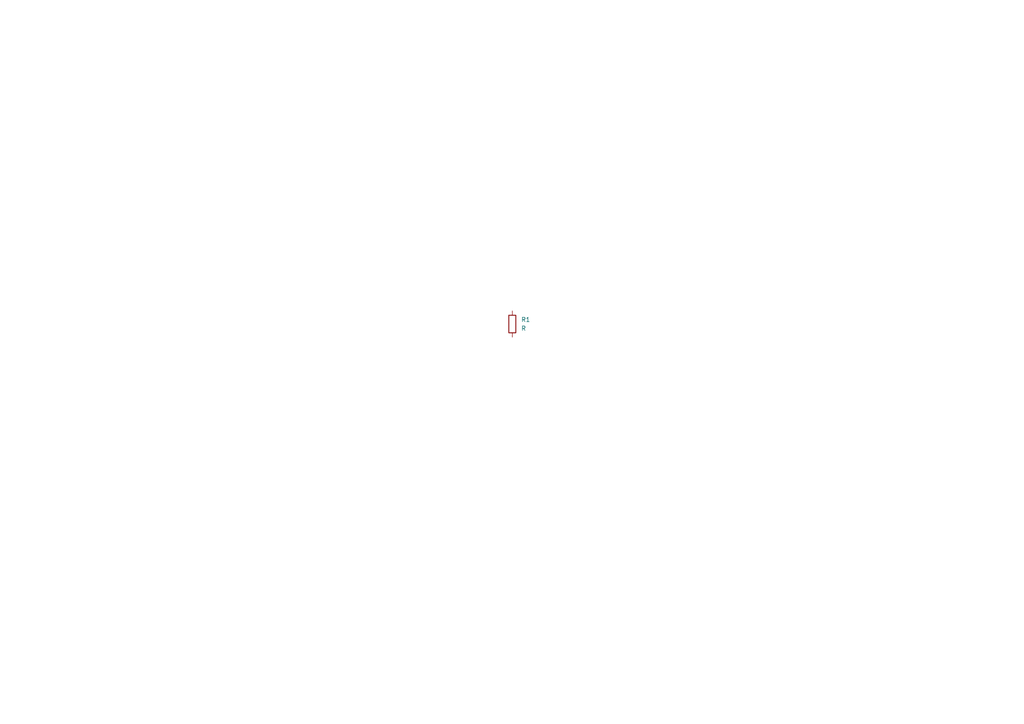
<source format=kicad_sch>
(kicad_sch (version 20211123) (generator eeschema)

  (uuid e63e39d7-6ac0-4ffd-8aa3-1841a4541b55)

  (paper "A4")

  (lib_symbols
    (symbol "Device:R" (pin_numbers hide) (pin_names (offset 0)) (in_bom yes) (on_board yes)
      (property "Reference" "R" (id 0) (at 2.032 0 90)
        (effects (font (size 1.27 1.27)))
      )
      (property "Value" "R" (id 1) (at 0 0 90)
        (effects (font (size 1.27 1.27)))
      )
      (property "Footprint" "" (id 2) (at -1.778 0 90)
        (effects (font (size 1.27 1.27)) hide)
      )
      (property "Datasheet" "~" (id 3) (at 0 0 0)
        (effects (font (size 1.27 1.27)) hide)
      )
      (property "ki_keywords" "R res resistor" (id 4) (at 0 0 0)
        (effects (font (size 1.27 1.27)) hide)
      )
      (property "ki_description" "Resistor" (id 5) (at 0 0 0)
        (effects (font (size 1.27 1.27)) hide)
      )
      (property "ki_fp_filters" "R_*" (id 6) (at 0 0 0)
        (effects (font (size 1.27 1.27)) hide)
      )
      (symbol "R_0_1"
        (rectangle (start -1.016 -2.54) (end 1.016 2.54)
          (stroke (width 0.254) (type default) (color 0 0 0 0))
          (fill (type none))
        )
      )
      (symbol "R_1_1"
        (pin passive line (at 0 3.81 270) (length 1.27)
          (name "~" (effects (font (size 1.27 1.27))))
          (number "1" (effects (font (size 1.27 1.27))))
        )
        (pin passive line (at 0 -3.81 90) (length 1.27)
          (name "~" (effects (font (size 1.27 1.27))))
          (number "2" (effects (font (size 1.27 1.27))))
        )
      )
    )
  )


  (symbol (lib_id "Device:R") (at 148.59 93.98 0) (unit 1)
    (in_bom yes) (on_board yes) (fields_autoplaced)
    (uuid 047bdc6a-b72f-457d-ad01-b1b6f8794b5d)
    (property "Reference" "R1" (id 0) (at 151.13 92.7099 0)
      (effects (font (size 1.27 1.27)) (justify left))
    )
    (property "Value" "R" (id 1) (at 151.13 95.2499 0)
      (effects (font (size 1.27 1.27)) (justify left))
    )
    (property "Footprint" "" (id 2) (at 146.812 93.98 90)
      (effects (font (size 1.27 1.27)) hide)
    )
    (property "Datasheet" "~" (id 3) (at 148.59 93.98 0)
      (effects (font (size 1.27 1.27)) hide)
    )
    (pin "1" (uuid f8303f8a-6975-48a7-b205-13039a4b3037))
    (pin "2" (uuid 302bd244-bb4c-4f86-9da7-6b64a6a5fad0))
  )

  (sheet_instances
    (path "/" (page "1"))
  )

  (symbol_instances
    (path "/047bdc6a-b72f-457d-ad01-b1b6f8794b5d"
      (reference "R1") (unit 1) (value "R") (footprint "")
    )
  )
)

</source>
